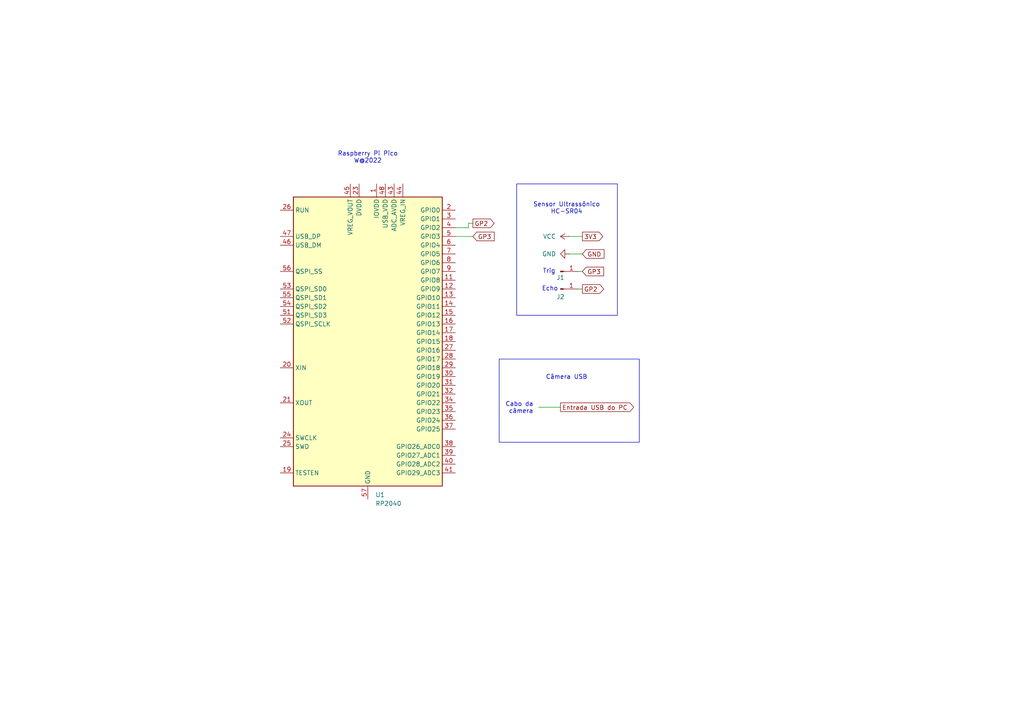
<source format=kicad_sch>
(kicad_sch (version 20231120) (generator "eeschema") (generator_version "8.0")
  (paper "A4")
  (title_block (title "Periféricos: Sensor Ultrassônico e Câmera") (company "Cardio-Bot"))
  (lib_symbols
    (symbol "Connector:Conn_01x01_Pin" (pin_names (offset 1.016) hide)
      (property "Reference" "J" (at 0 2.54 0))
      (property "Value" "Conn_01x01_Pin" (at 0 -2.54 0))
      (symbol "Conn_01x01_Pin_1_1"
        (polyline (pts (xy 1.27 0) (xy 0.8636 0)) (stroke (width 0.1524)))
        (rectangle (start 0.8636 0.127) (end 0 -0.127) (stroke (width 0.1524)) (fill (type outline)))
        (pin passive line (at 5.08 0 180) (length 3.81) (name "Pin_1") (number "1"))
      )
    )
    (symbol "MCU_RaspberryPi:RP2040"
      (property "Reference" "U" (at 17.78 45.72 0))
      (property "Value" "RP2040" (at 17.78 43.18 0))
      (symbol "RP2040_0_1"
        (rectangle (start -21.59 41.91) (end 21.59 -41.91) (stroke (width 0.254)) (fill (type background)))
      )
      (symbol "RP2040_1_1"
        (pin power_in line (at 2.54 45.72 270) (length 3.81) (name "IOVDD") (number "1"))
        (pin passive line (at 2.54 45.72 270) (length 3.81) hide (name "IOVDD") (number "10"))
        (pin bidirectional line (at 25.4 17.78 180) (length 3.81) (name "GPIO8") (number "11"))
        (pin bidirectional line (at 25.4 15.24 180) (length 3.81) (name "GPIO9") (number "12"))
        (pin bidirectional line (at 25.4 12.7 180) (length 3.81) (name "GPIO10") (number "13"))
        (pin bidirectional line (at 25.4 10.16 180) (length 3.81) (name "GPIO11") (number "14"))
        (pin bidirectional line (at 25.4 7.62 180) (length 3.81) (name "GPIO12") (number "15"))
        (pin bidirectional line (at 25.4 5.08 180) (length 3.81) (name "GPIO13") (number "16"))
        (pin bidirectional line (at 25.4 2.54 180) (length 3.81) (name "GPIO14") (number "17"))
        (pin bidirectional line (at 25.4 0 180) (length 3.81) (name "GPIO15") (number "18"))
        (pin input line (at -25.4 -38.1 0) (length 3.81) (name "TESTEN") (number "19"))
        (pin bidirectional line (at 25.4 38.1 180) (length 3.81) (name "GPIO0") (number "2"))
        (pin input line (at -25.4 -7.62 0) (length 3.81) (name "XIN") (number "20"))
        (pin passive line (at -25.4 -17.78 0) (length 3.81) (name "XOUT") (number "21"))
        (pin passive line (at 2.54 45.72 270) (length 3.81) hide (name "IOVDD") (number "22"))
        (pin power_in line (at -2.54 45.72 270) (length 3.81) (name "DVDD") (number "23"))
        (pin input line (at -25.4 -27.94 0) (length 3.81) (name "SWCLK") (number "24"))
        (pin bidirectional line (at -25.4 -30.48 0) (length 3.81) (name "SWD") (number "25"))
        (pin input line (at -25.4 38.1 0) (length 3.81) (name "RUN") (number "26"))
        (pin bidirectional line (at 25.4 -2.54 180) (length 3.81) (name "GPIO16") (number "27"))
        (pin bidirectional line (at 25.4 -5.08 180) (length 3.81) (name "GPIO17") (number "28"))
        (pin bidirectional line (at 25.4 -7.62 180) (length 3.81) (name "GPIO18") (number "29"))
        (pin bidirectional line (at 25.4 35.56 180) (length 3.81) (name "GPIO1") (number "3"))
        (pin bidirectional line (at 25.4 -10.16 180) (length 3.81) (name "GPIO19") (number "30"))
        (pin bidirectional line (at 25.4 -12.7 180) (length 3.81) (name "GPIO20") (number "31"))
        (pin bidirectional line (at 25.4 -15.24 180) (length 3.81) (name "GPIO21") (number "32"))
        (pin passive line (at 2.54 45.72 270) (length 3.81) hide (name "IOVDD") (number "33"))
        (pin bidirectional line (at 25.4 -17.78 180) (length 3.81) (name "GPIO22") (number "34"))
        (pin bidirectional line (at 25.4 -20.32 180) (length 3.81) (name "GPIO23") (number "35"))
        (pin bidirectional line (at 25.4 -22.86 180) (length 3.81) (name "GPIO24") (number "36"))
        (pin bidirectional line (at 25.4 -25.4 180) (length 3.81) (name "GPIO25") (number "37"))
        (pin bidirectional line (at 25.4 -30.48 180) (length 3.81) (name "GPIO26_ADC0") (number "38"))
        (pin bidirectional line (at 25.4 -33.02 180) (length 3.81) (name "GPIO27_ADC1") (number "39"))
        (pin bidirectional line (at 25.4 33.02 180) (length 3.81) (name "GPIO2") (number "4"))
        (pin bidirectional line (at 25.4 -35.56 180) (length 3.81) (name "GPIO28_ADC2") (number "40"))
        (pin bidirectional line (at 25.4 -38.1 180) (length 3.81) (name "GPIO29_ADC3") (number "41"))
        (pin passive line (at 2.54 45.72 270) (length 3.81) hide (name "IOVDD") (number "42"))
        (pin power_in line (at 7.62 45.72 270) (length 3.81) (name "ADC_AVDD") (number "43"))
        (pin power_in line (at 10.16 45.72 270) (length 3.81) (name "VREG_IN") (number "44"))
        (pin power_out line (at -5.08 45.72 270) (length 3.81) (name "VREG_VOUT") (number "45"))
        (pin bidirectional line (at -25.4 27.94 0) (length 3.81) (name "USB_DM") (number "46"))
        (pin bidirectional line (at -25.4 30.48 0) (length 3.81) (name "USB_DP") (number "47"))
        (pin power_in line (at 5.08 45.72 270) (length 3.81) (name "USB_VDD") (number "48"))
        (pin passive line (at 2.54 45.72 270) (length 3.81) hide (name "IOVDD") (number "49"))
        (pin bidirectional line (at 25.4 30.48 180) (length 3.81) (name "GPIO3") (number "5"))
        (pin passive line (at -2.54 45.72 270) (length 3.81) hide (name "DVDD") (number "50"))
        (pin bidirectional line (at -25.4 7.62 0) (length 3.81) (name "QSPI_SD3") (number "51"))
        (pin output line (at -25.4 5.08 0) (length 3.81) (name "QSPI_SCLK") (number "52"))
        (pin bidirectional line (at -25.4 15.24 0) (length 3.81) (name "QSPI_SD0") (number "53"))
        (pin bidirectional line (at -25.4 10.16 0) (length 3.81) (name "QSPI_SD2") (number "54"))
        (pin bidirectional line (at -25.4 12.7 0) (length 3.81) (name "QSPI_SD1") (number "55"))
        (pin bidirectional line (at -25.4 20.32 0) (length 3.81) (name "QSPI_SS") (number "56"))
        (pin power_in line (at 0 -45.72 90) (length 3.81) (name "GND") (number "57"))
        (pin bidirectional line (at 25.4 27.94 180) (length 3.81) (name "GPIO4") (number "6"))
        (pin bidirectional line (at 25.4 25.4 180) (length 3.81) (name "GPIO5") (number "7"))
        (pin bidirectional line (at 25.4 22.86 180) (length 3.81) (name "GPIO6") (number "8"))
        (pin bidirectional line (at 25.4 20.32 180) (length 3.81) (name "GPIO7") (number "9"))
      )
    )
    (symbol "power:GND" (power) (pin_numbers hide) (pin_names (offset 0) hide)
      (property "Value" "GND" (at 0 -3.81 0))
      (symbol "GND_0_1"
        (polyline (pts (xy 0 0) (xy 0 -1.27) (xy 1.27 -1.27) (xy 0 -2.54) (xy -1.27 -1.27) (xy 0 -1.27)))
      )
      (symbol "GND_1_1"
        (pin power_in line (at 0 0 270) (length 0) (name "~") (number "1"))
      )
    )
    (symbol "power:VCC" (power) (pin_numbers hide) (pin_names (offset 0) hide)
      (property "Value" "VCC" (at 0 3.556 0))
      (symbol "VCC_0_1"
        (polyline (pts (xy -0.762 1.27) (xy 0 2.54)))
        (polyline (pts (xy 0 0) (xy 0 2.54)))
        (polyline (pts (xy 0 2.54) (xy 0.762 1.27)))
      )
      (symbol "VCC_1_1"
        (pin power_in line (at 0 0 90) (length 0) (name "~") (number "1"))
      )
    )
  )
  (wire (pts (xy 132.08 66.04) (xy 135.89 66.04)))
  (wire (pts (xy 165.1 73.66) (xy 168.91 73.66)))
  (wire (pts (xy 168.91 83.82) (xy 167.64 83.82)))
  (wire (pts (xy 168.91 78.74) (xy 167.64 78.74)))
  (wire (pts (xy 135.89 64.77) (xy 137.16 64.77)))
  (wire (pts (xy 135.89 66.04) (xy 135.89 64.77)))
  (wire (pts (xy 156.21 118.11) (xy 162.56 118.11)))
  (wire (pts (xy 168.91 68.58) (xy 165.1 68.58)))
  (wire (pts (xy 132.08 68.58) (xy 137.16 68.58)))
  (rectangle (start 149.86 53.34) (end 179.07 91.44))
  (rectangle (start 144.78 104.14) (end 185.42 128.27))
  (text "Sensor Ultrassônico\nHC-SR04" (at 164.338 60.452 0) (effects (font (size 1.27 1.27))))
  (text "Echo" (at 159.512 83.82 0) (effects (font (size 1.27 1.27))))
  (text "Trig" (at 159.258 78.74 0) (effects (font (size 1.27 1.27))))
  (text "Câmera USB\n" (at 164.338 109.474 0) (effects (font (size 1.27 1.27))))
  (text "Cabo da \ncâmera" (at 151.13 118.364 0) (effects (font (size 1.27 1.27))))
  (text "Raspberry Pi Pico\nW@2022" (at 106.68 45.72 0) (effects (font (size 1.27 1.27))))
  (global_label "Entrada USB do PC" (shape output) (at 162.56 118.11 0) (property "Intersheetrefs" "${INTERSHEET_REFS}" (effects (hide yes))))
  (global_label "GND" (shape input) (at 168.91 73.66 0) (property "Intersheetrefs" "${INTERSHEET_REFS}" (effects (hide yes))))
  (global_label "GP2" (shape output) (at 168.91 83.82 0) (property "Intersheetrefs" "${INTERSHEET_REFS}" (effects (hide yes))))
  (global_label "GP3" (shape input) (at 168.91 78.74 0) (property "Intersheetrefs" "${INTERSHEET_REFS}" (effects (hide yes))))
  (global_label "GP2" (shape output) (at 137.16 64.77 0) (property "Intersheetrefs" "${INTERSHEET_REFS}" (effects (hide yes))))
  (global_label "3V3" (shape output) (at 168.91 68.58 0) (property "Intersheetrefs" "${INTERSHEET_REFS}" (effects (hide yes))))
  (global_label "GP3" (shape input) (at 137.16 68.58 0) (property "Intersheetrefs" "${INTERSHEET_REFS}" (effects (hide yes))))
  (symbol (lib_id "MCU_RaspberryPi:RP2040") (at 106.68 99.06 0) (unit 1)
    (property "Reference" "U1" (at 108.8741 143.51 0) (effects (justify left)))
    (property "Value" "RP2040" (at 108.8741 146.05 0) (effects (justify left)))
    (property "Footprint" "Package_DFN_QFN:QFN-56-1EP_7x7mm_P0.4mm_EP3.2x3.2mm" (effects (hide yes)))
    (property "Datasheet" "https://datasheets.raspberrypi.com/rp2040/rp2040-datasheet.pdf" (effects (hide yes)))
    (property "Description" "A microcontroller by Raspberry Pi" (effects (hide yes)))
  )
  (symbol (lib_id "Connector:Conn_01x01_Pin") (at 162.56 78.74 0) (unit 1)
    (property "Reference" "J1" (at 162.56 80.518 0))
    (property "Value" "Conn_01x01_Pin" (effects (hide yes)))
    (property "Description" "Generic connector, single row, 01x01, script generated" (effects (hide yes)))
  )
  (symbol (lib_id "power:VCC") (at 165.1 68.58 90) (unit 1)
    (property "Reference" "#PWR04" (effects (hide yes)))
    (property "Value" "VCC" (at 161.29 68.5799 90) (effects (justify left)))
    (property "Description" "Power symbol creates a global label with name \"VCC\"" (effects (hide yes)))
  )
  (symbol (lib_id "power:GND") (at 165.1 73.66 270) (unit 1)
    (property "Reference" "#PWR03" (effects (hide yes)))
    (property "Value" "GND" (at 161.29 73.6599 90) (effects (justify right)))
    (property "Description" "Power symbol creates a global label with name \"GND\" , ground" (effects (hide yes)))
  )
  (symbol (lib_id "Connector:Conn_01x01_Pin") (at 162.56 83.82 0) (unit 1)
    (property "Reference" "J2" (at 162.56 86.106 0))
    (property "Value" "Conn_01x01_Pin" (effects (hide yes)))
    (property "Description" "Generic connector, single row, 01x01, script generated" (effects (hide yes)))
  )
)
</source>
